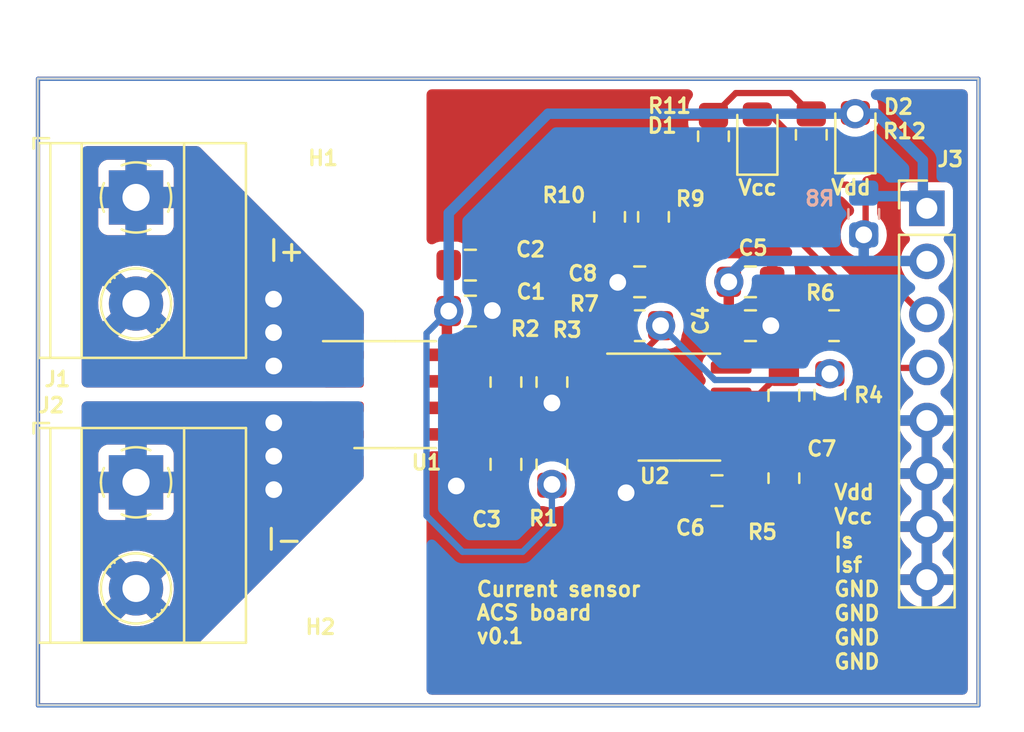
<source format=kicad_pcb>
(kicad_pcb (version 20211014) (generator pcbnew)
  (layers (0 "F.Cu" signal) (31 "B.Cu" signal) (34 "B.Paste" user) (35 "F.Paste" user) (36 "B.SilkS" user "B.Silkscreen") (37 "F.SilkS" user "F.Silkscreen") (38 "B.Mask" user) (39 "F.Mask" user) (44 "Edge.Cuts" user))
  (net 0 "")
  (net 1 "VDD")
  (net 2 "GND")
  (net 3 "Net-(C3-Pad1)")
  (net 4 "VCC")
  (net 5 "Net-(C6-Pad1)")
  (net 6 "Net-(C7-Pad1)")
  (net 7 "Net-(C7-Pad2)")
  (net 8 "/Vio_amp")
  (net 9 "Net-(D1-Pad1)")
  (net 10 "Net-(D2-Pad1)")
  (net 11 "/I+")
  (net 12 "/I-")
  (net 13 "/I_sens")
  (net 14 "/I_sens_filt")
  (net 15 "Net-(R2-Pad1)")
  (net 16 "/Vio")
  (net 17 "/Vio_buf")
  (footprint "Resistor_SMD:R_0805_2012Metric_Pad1.20x1.40mm_HandSolder" (layer "F.Cu") (at 108.2 60.2 90)
    (fp_text reference "R5" (at -2.58 -1.03 unlocked) (layer "F.SilkS") (effects (font (size 0.7 0.7))))
    (fp_text value "TBD")
    (fp_line (start -0.227064 -0.735) (end 0.227064 -0.735) (layer "F.SilkS") (width 0.12))
    (fp_line (start -0.227064 0.735) (end 0.227064 0.735) (layer "F.SilkS") (width 0.12))
    (pad "1" smd roundrect (at -1 0 90) (size 1.2 1.4) (layers "F.Cu" "F.Paste" "F.Mask") (roundrect_rratio 0.2083333333) (net 5 "Net-(C6-Pad1)"))
    (pad "2" smd roundrect (at 1 0 90) (size 1.2 1.4) (layers "F.Cu" "F.Paste" "F.Mask") (roundrect_rratio 0.2083333333) (net 6 "Net-(C7-Pad1)"))
  )
  (footprint "Resistor_SMD:R_0805_2012Metric_Pad1.20x1.40mm_HandSolder" (layer "F.Cu") (at 94.9 55.6 90)
    (fp_text reference "R2" (at 2.55 0.925 unlocked) (layer "F.SilkS") (effects (font (size 0.7 0.7))))
    (fp_text value "0R")
    (fp_line (start -0.227064 0.735) (end 0.227064 0.735) (layer "F.SilkS") (width 0.12))
    (fp_line (start -0.227064 -0.735) (end 0.227064 -0.735) (layer "F.SilkS") (width 0.12))
    (pad "1" smd roundrect (at -1 0 90) (size 1.2 1.4) (layers "F.Cu" "F.Paste" "F.Mask") (roundrect_rratio 0.2083333333) (net 15 "Net-(R2-Pad1)"))
    (pad "2" smd roundrect (at 1 0 90) (size 1.2 1.4) (layers "F.Cu" "F.Paste" "F.Mask") (roundrect_rratio 0.2083333333) (net 16 "/Vio"))
  )
  (footprint "Capacitor_SMD:C_0805_2012Metric_Pad1.18x1.45mm_HandSolder" (layer "F.Cu") (at 105 60.8 180)
    (fp_text reference "C6" (at 1.275 -1.775 unlocked) (layer "F.SilkS") (effects (font (size 0.7 0.7))))
    (fp_text value "TBD")
    (fp_line (start -0.261252 -0.735) (end 0.261252 -0.735) (layer "F.SilkS") (width 0.12))
    (fp_line (start -0.261252 0.735) (end 0.261252 0.735) (layer "F.SilkS") (width 0.12))
    (pad "1" smd roundrect (at -1.0375 0 180) (size 1.175 1.45) (layers "F.Cu" "F.Paste" "F.Mask") (roundrect_rratio 0.2127659574) (net 5 "Net-(C6-Pad1)"))
    (pad "2" smd roundrect (at 1.0375 0 180) (size 1.175 1.45) (layers "F.Cu" "F.Paste" "F.Mask") (roundrect_rratio 0.2127659574) (net 2 "GND"))
  )
  (footprint "TerminalBlock_Phoenix:TerminalBlock_Phoenix_MKDS-1,5-2-5.08_1x02_P5.08mm_Horizontal" (layer "F.Cu") (at 77.2 60.4 -90)
    (fp_text reference "J2" (at -3.69 4.05 180) (layer "F.SilkS") (effects (font (size 0.7 0.7))))
    (fp_text value "Conn_01x02")
    (fp_line (start 6.355 -1.069) (end 6.308 -1.023) (layer "F.SilkS") (width 0.12))
    (fp_line (start -2.6 -5.261) (end -2.6 4.66) (layer "F.SilkS") (width 0.12))
    (fp_line (start -2.6 -5.261) (end 7.68 -5.261) (layer "F.SilkS") (width 0.12))
    (fp_line (start -2.6 2.6) (end 7.68 2.6) (layer "F.SilkS") (width 0.12))
    (fp_line (start -2.6 4.66) (end 7.68 4.66) (layer "F.SilkS") (width 0.12))
    (fp_line (start 6.15 -1.275) (end 6.115 -1.239) (layer "F.SilkS") (width 0.12))
    (fp_line (start 4.046 1.239) (end 4.011 1.274) (layer "F.SilkS") (width 0.12))
    (fp_line (start -2.6 -2.301) (end 7.68 -2.301) (layer "F.SilkS") (width 0.12))
    (fp_line (start 7.68 -5.261) (end 7.68 4.66) (layer "F.SilkS") (width 0.12))
    (fp_line (start -2.6 4.1) (end 7.68 4.1) (layer "F.SilkS") (width 0.12))
    (fp_line (start -2.84 4.9) (end -2.34 4.9) (layer "F.SilkS") (width 0.12))
    (fp_line (start -2.84 4.16) (end -2.84 4.9) (layer "F.SilkS") (width 0.12))
    (fp_line (start 3.853 1.023) (end 3.806 1.069) (layer "F.SilkS") (width 0.12))
    (fp_arc (start -1.535427 0.683042) (mid -1.680501 -0.000524) (end -1.535 -0.684) (layer "F.SilkS") (width 0.12))
    (fp_arc (start 0.683318 1.534756) (mid 0.349292 1.643288) (end 0 1.68) (layer "F.SilkS") (width 0.12))
    (fp_arc (start 0.028805 1.680253) (mid -0.335551 1.646659) (end -0.684 1.535) (layer "F.SilkS") (width 0.12))
    (fp_arc (start -0.683042 -1.535427) (mid 0.000524 -1.680501) (end 0.684 -1.535) (layer "F.SilkS") (width 0.12))
    (fp_arc (start 1.535427 -0.683042) (mid 1.680501 0.000524) (end 1.535 0.684) (layer "F.SilkS") (width 0.12))
    (fp_circle (center 5.08 0) (end 6.76 0) (layer "F.SilkS") (width 0.12) (fill none))
    (pad "1" thru_hole rect (at 0 0 270) (size 2.6 2.6) (drill 1.3) (layers *.Cu *.Mask) (net 12 "/I-"))
    (pad "2" thru_hole circle (at 5.08 0 270) (size 2.6 2.6) (drill 1.3) (layers *.Cu *.Mask) (net 12 "/I-"))
  )
  (footprint "Package_SO:SOIC-8_3.9x4.9mm_P1.27mm" (layer "F.Cu") (at 89.6 56.2)
    (fp_text reference "U1" (at 1.5 3.25 unlocked) (layer "F.SilkS") (effects (font (size 0.7 0.7))))
    (fp_text value "ACS712xLCTR-20A")
    (fp_line (start 0 -2.56) (end -3.45 -2.56) (layer "F.SilkS") (width 0.12))
    (fp_line (start 0 2.56) (end -1.95 2.56) (layer "F.SilkS") (width 0.12))
    (fp_line (start 0 -2.56) (end 1.95 -2.56) (layer "F.SilkS") (width 0.12))
    (fp_line (start 0 2.56) (end 1.95 2.56) (layer "F.SilkS") (width 0.12))
    (pad "1" smd roundrect (at -2.475 -1.905) (size 1.95 0.6) (layers "F.Cu" "F.Paste" "F.Mask") (net 11 "/I+"))
    (pad "2" smd roundrect (at -2.475 -0.635) (size 1.95 0.6) (layers "F.Cu" "F.Paste" "F.Mask") (net 11 "/I+"))
    (pad "3" smd roundrect (at -2.475 0.635) (size 1.95 0.6) (layers "F.Cu" "F.Paste" "F.Mask") (net 12 "/I-"))
    (pad "4" smd roundrect (at -2.475 1.905) (size 1.95 0.6) (layers "F.Cu" "F.Paste" "F.Mask") (net 12 "/I-"))
    (pad "5" smd roundrect (at 2.475 1.905) (size 1.95 0.6) (layers "F.Cu" "F.Paste" "F.Mask") (net 2 "GND"))
    (pad "6" smd roundrect (at 2.475 0.635) (size 1.95 0.6) (layers "F.Cu" "F.Paste" "F.Mask") (net 3 "Net-(C3-Pad1)"))
    (pad "7" smd roundrect (at 2.475 -0.635) (size 1.95 0.6) (layers "F.Cu" "F.Paste" "F.Mask") (net 15 "Net-(R2-Pad1)"))
    (pad "8" smd roundrect (at 2.475 -1.905) (size 1.95 0.6) (layers "F.Cu" "F.Paste" "F.Mask") (net 1 "VDD"))
  )
  (footprint "Resistor_SMD:R_0805_2012Metric_Pad1.20x1.40mm_HandSolder" (layer "F.Cu") (at 109.51 43.76 90)
    (fp_text reference "R12" (at 0.17 4.46 unlocked) (layer "F.SilkS") (effects (font (size 0.7 0.7))))
    (fp_text value "1k")
    (fp_line (start -0.227064 0.735) (end 0.227064 0.735) (layer "F.SilkS") (width 0.12))
    (fp_line (start -0.227064 -0.735) (end 0.227064 -0.735) (layer "F.SilkS") (width 0.12))
    (pad "1" smd roundrect (at -1 0 90) (size 1.2 1.4) (layers "F.Cu" "F.Paste" "F.Mask") (roundrect_rratio 0.2083333333) (net 10 "Net-(D2-Pad1)"))
    (pad "2" smd roundrect (at 1 0 90) (size 1.2 1.4) (layers "F.Cu" "F.Paste" "F.Mask") (roundrect_rratio 0.2083333333) (net 2 "GND"))
  )
  (footprint "Capacitor_SMD:C_0805_2012Metric_Pad1.18x1.45mm_HandSolder" (layer "F.Cu") (at 106.6 50.8)
    (fp_text reference "C5" (at 0.125 -1.625 unlocked) (layer "F.SilkS") (effects (font (size 0.7 0.7))))
    (fp_text value "10nF")
    (fp_line (start -0.261252 0.735) (end 0.261252 0.735) (layer "F.SilkS") (width 0.12))
    (fp_line (start -0.261252 -0.735) (end 0.261252 -0.735) (layer "F.SilkS") (width 0.12))
    (pad "1" smd roundrect (at -1.0375 0) (size 1.175 1.45) (layers "F.Cu" "F.Paste" "F.Mask") (roundrect_rratio 0.2127659574) (net 4 "VCC"))
    (pad "2" smd roundrect (at 1.0375 0) (size 1.175 1.45) (layers "F.Cu" "F.Paste" "F.Mask") (roundrect_rratio 0.2127659574) (net 2 "GND"))
  )
  (footprint "Resistor_SMD:R_0805_2012Metric_Pad1.20x1.40mm_HandSolder" (layer "F.Cu") (at 97.1 59.5375 -90)
    (fp_text reference "R1" (at 2.5875 0.4 unlocked) (layer "F.SilkS") (effects (font (size 0.7 0.7))))
    (fp_text value "TBD")
    (fp_line (start -0.227064 0.735) (end 0.227064 0.735) (layer "F.SilkS") (width 0.12))
    (fp_line (start -0.227064 -0.735) (end 0.227064 -0.735) (layer "F.SilkS") (width 0.12))
    (pad "1" smd roundrect (at -1 0 270) (size 1.2 1.4) (layers "F.Cu" "F.Paste" "F.Mask") (roundrect_rratio 0.2083333333) (net 3 "Net-(C3-Pad1)"))
    (pad "2" smd roundrect (at 1 0 270) (size 1.2 1.4) (layers "F.Cu" "F.Paste" "F.Mask") (roundrect_rratio 0.2083333333) (net 1 "VDD"))
  )
  (footprint "Resistor_SMD:R_0805_2012Metric_Pad1.20x1.40mm_HandSolder" (layer "F.Cu") (at 97.1 55.6 -90)
    (fp_text reference "R3" (at -2.5 -0.725 unlocked) (layer "F.SilkS") (effects (font (size 0.7 0.7))))
    (fp_text value "47k")
    (fp_line (start -0.227064 0.735) (end 0.227064 0.735) (layer "F.SilkS") (width 0.12))
    (fp_line (start -0.227064 -0.735) (end 0.227064 -0.735) (layer "F.SilkS") (width 0.12))
    (pad "1" smd roundrect (at -1 0 270) (size 1.2 1.4) (layers "F.Cu" "F.Paste" "F.Mask") (roundrect_rratio 0.2083333333) (net 16 "/Vio"))
    (pad "2" smd roundrect (at 1 0 270) (size 1.2 1.4) (layers "F.Cu" "F.Paste" "F.Mask") (roundrect_rratio 0.2083333333) (net 2 "GND"))
  )
  (footprint "Capacitor_SMD:C_0805_2012Metric_Pad1.18x1.45mm_HandSolder" (layer "F.Cu") (at 108.2 56.2375 90)
    (fp_text reference "C7" (at -2.5525 1.81 unlocked) (layer "F.SilkS") (effects (font (size 0.7 0.7))))
    (fp_text value "TBD")
    (fp_line (start -0.261252 0.735) (end 0.261252 0.735) (layer "F.SilkS") (width 0.12))
    (fp_line (start -0.261252 -0.735) (end 0.261252 -0.735) (layer "F.SilkS") (width 0.12))
    (pad "1" smd roundrect (at -1.0375 0 90) (size 1.175 1.45) (layers "F.Cu" "F.Paste" "F.Mask") (roundrect_rratio 0.2127659574) (net 6 "Net-(C7-Pad1)"))
    (pad "2" smd roundrect (at 1.0375 0 90) (size 1.175 1.45) (layers "F.Cu" "F.Paste" "F.Mask") (roundrect_rratio 0.2127659574) (net 7 "Net-(C7-Pad2)"))
  )
  (footprint "Resistor_SMD:R_0805_2012Metric_Pad1.20x1.40mm_HandSolder" (layer "F.Cu") (at 104.83 43.83 90)
    (fp_text reference "R11" (at 1.455 -2.105 unlocked) (layer "F.SilkS") (effects (font (size 0.7 0.7))))
    (fp_text value "1k")
    (fp_line (start -0.227064 0.735) (end 0.227064 0.735) (layer "F.SilkS") (width 0.12))
    (fp_line (start -0.227064 -0.735) (end 0.227064 -0.735) (layer "F.SilkS") (width 0.12))
    (pad "1" smd roundrect (at -1 0 90) (size 1.2 1.4) (layers "F.Cu" "F.Paste" "F.Mask") (roundrect_rratio 0.2083333333) (net 9 "Net-(D1-Pad1)"))
    (pad "2" smd roundrect (at 1 0 90) (size 1.2 1.4) (layers "F.Cu" "F.Paste" "F.Mask") (roundrect_rratio 0.2083333333) (net 2 "GND"))
  )
  (footprint "Connector_PinHeader_2.54mm:PinHeader_1x08_P2.54mm_Vertical" (layer "F.Cu") (at 115.04 47.28)
    (fp_text reference "J3" (at 1.12 -2.35 unlocked) (layer "F.SilkS") (effects (font (size 0.7 0.7))))
    (fp_text value "Conn_01x08")
    (fp_line (start -1.33 1.27) (end 1.33 1.27) (layer "F.SilkS") (width 0.12))
    (fp_line (start 1.33 1.27) (end 1.33 19.11) (layer "F.SilkS") (width 0.12))
    (fp_line (start -1.33 0) (end -1.33 -1.33) (layer "F.SilkS") (width 0.12))
    (fp_line (start -1.33 -1.33) (end 0 -1.33) (layer "F.SilkS") (width 0.12))
    (fp_line (start -1.33 19.11) (end 1.33 19.11) (layer "F.SilkS") (width 0.12))
    (fp_line (start -1.33 1.27) (end -1.33 19.11) (layer "F.SilkS") (width 0.12))
    (pad "1" thru_hole rect (at 0 0) (size 1.7 1.7) (drill 1) (layers *.Cu *.Mask) (net 1 "VDD"))
    (pad "2" thru_hole oval (at 0 2.54) (size 1.7 1.7) (drill 1) (layers *.Cu *.Mask) (net 4 "VCC"))
    (pad "3" thru_hole oval (at 0 5.08) (size 1.7 1.7) (drill 1) (layers *.Cu *.Mask) (net 13 "/I_sens"))
    (pad "4" thru_hole oval (at 0 7.62) (size 1.7 1.7) (drill 1) (layers *.Cu *.Mask) (net 14 "/I_sens_filt"))
    (pad "5" thru_hole oval (at 0 10.16) (size 1.7 1.7) (drill 1) (layers *.Cu *.Mask) (net 2 "GND"))
    (pad "6" thru_hole oval (at 0 12.7) (size 1.7 1.7) (drill 1) (layers *.Cu *.Mask) (net 2 "GND"))
    (pad "7" thru_hole oval (at 0 15.24) (size 1.7 1.7) (drill 1) (layers *.Cu *.Mask) (net 2 "GND"))
    (pad "8" thru_hole oval (at 0 17.78) (size 1.7 1.7) (drill 1) (layers *.Cu *.Mask) (net 2 "GND"))
  )
  (footprint "TerminalBlock_Phoenix:TerminalBlock_Phoenix_MKDS-1,5-2-5.08_1x02_P5.08mm_Horizontal" (layer "F.Cu") (at 77.2 46.76 -90)
    (fp_text reference "J1" (at 8.7 3.76) (layer "F.SilkS") (effects (font (size 0.7 0.7))))
    (fp_text value "Conn_01x02")
    (fp_line (start -2.6 -2.301) (end 7.68 -2.301) (layer "F.SilkS") (width 0.12))
    (fp_line (start 3.853 1.023) (end 3.806 1.069) (layer "F.SilkS") (width 0.12))
    (fp_line (start -2.6 4.66) (end 7.68 4.66) (layer "F.SilkS") (width 0.12))
    (fp_line (start 4.046 1.239) (end 4.011 1.274) (layer "F.SilkS") (width 0.12))
    (fp_line (start -2.6 -5.261) (end -2.6 4.66) (layer "F.SilkS") (width 0.12))
    (fp_line (start -2.6 2.6) (end 7.68 2.6) (layer "F.SilkS") (width 0.12))
    (fp_line (start -2.6 4.1) (end 7.68 4.1) (layer "F.SilkS") (width 0.12))
    (fp_line (start -2.84 4.9) (end -2.34 4.9) (layer "F.SilkS") (width 0.12))
    (fp_line (start 6.15 -1.275) (end 6.115 -1.239) (layer "F.SilkS") (width 0.12))
    (fp_line (start -2.6 -5.261) (end 7.68 -5.261) (layer "F.SilkS") (width 0.12))
    (fp_line (start 6.355 -1.069) (end 6.308 -1.023) (layer "F.SilkS") (width 0.12))
    (fp_line (start 7.68 -5.261) (end 7.68 4.66) (layer "F.SilkS") (width 0.12))
    (fp_line (start -2.84 4.16) (end -2.84 4.9) (layer "F.SilkS") (width 0.12))
    (fp_arc (start -0.683042 -1.535427) (mid 0.000524 -1.680501) (end 0.684 -1.535) (layer "F.SilkS") (width 0.12))
    (fp_arc (start 0.683318 1.534756) (mid 0.349292 1.643288) (end 0 1.68) (layer "F.SilkS") (width 0.12))
    (fp_arc (start -1.535427 0.683042) (mid -1.680501 -0.000524) (end -1.535 -0.684) (layer "F.SilkS") (width 0.12))
    (fp_arc (start 0.028805 1.680253) (mid -0.335551 1.646659) (end -0.684 1.535) (layer "F.SilkS") (width 0.12))
    (fp_arc (start 1.535427 -0.683042) (mid 1.680501 0.000524) (end 1.535 0.684) (layer "F.SilkS") (width 0.12))
    (fp_circle (center 5.08 0) (end 6.76 0) (layer "F.SilkS") (width 0.12) (fill none))
    (pad "1" thru_hole rect (at 0 0 270) (size 2.6 2.6) (drill 1.3) (layers *.Cu *.Mask) (net 11 "/I+"))
    (pad "2" thru_hole circle (at 5.08 0 270) (size 2.6 2.6) (drill 1.3) (layers *.Cu *.Mask) (net 11 "/I+"))
  )
  (footprint "Resistor_SMD:R_0805_2012Metric_Pad1.20x1.40mm_HandSolder" (layer "F.Cu") (at 110.4 56.2 90)
    (fp_text reference "R4" (at -0.025 1.85 unlocked) (layer "F.SilkS") (effects (font (size 0.7 0.7))))
    (fp_text value "TBD")
    (fp_line (start -0.227064 -0.735) (end 0.227064 -0.735) (layer "F.SilkS") (width 0.12))
    (fp_line (start -0.227064 0.735) (end 0.227064 0.735) (layer "F.SilkS") (width 0.12))
    (pad "1" smd roundrect (at -1 0 90) (size 1.2 1.4) (layers "F.Cu" "F.Paste" "F.Mask") (roundrect_rratio 0.2083333333) (net 6 "Net-(C7-Pad1)"))
    (pad "2" smd roundrect (at 1 0 90) (size 1.2 1.4) (layers "F.Cu" "F.Paste" "F.Mask") (roundrect_rratio 0.2083333333) (net 17 "/Vio_buf"))
  )
  (footprint "Capacitor_SMD:C_0805_2012Metric_Pad1.18x1.45mm_HandSolder" (layer "F.Cu") (at 101.3 50.8 180)
    (fp_text reference "C8" (at 2.725 0.4 unlocked) (layer "F.SilkS") (effects (font (size 0.7 0.7))))
    (fp_text value "DNP")
    (fp_line (start -0.261252 -0.735) (end 0.261252 -0.735) (layer "F.SilkS") (width 0.12))
    (fp_line (start -0.261252 0.735) (end 0.261252 0.735) (layer "F.SilkS") (width 0.12))
    (pad "1" smd roundrect (at -1.0375 0 180) (size 1.175 1.45) (layers "F.Cu" "F.Paste" "F.Mask") (roundrect_rratio 0.2127659574) (net 8 "/Vio_amp"))
    (pad "2" smd roundrect (at 1.0375 0 180) (size 1.175 1.45) (layers "F.Cu" "F.Paste" "F.Mask") (roundrect_rratio 0.2127659574) (net 2 "GND"))
  )
  (footprint "MountingHole:MountingHole_3.2mm_M3" (layer "F.Cu") (at 88.52 44.84)
    (fp_text reference "H1" (at -2.37 0.035 unlocked) (layer "F.SilkS") (effects (font (size 0.7 0.7))))
    (fp_text value "MountingHole")
    (pad "" np_thru_hole circle (at 0 0) (size 3.2 3.2) (drill 3.2) (layers *.Cu *.Mask))
  )
  (footprint "Resistor_SMD:R_0805_2012Metric_Pad1.20x1.40mm_HandSolder" (layer "F.Cu") (at 110.6 52.9 180)
    (fp_text reference "R6" (at 0.65 1.575 unlocked) (layer "F.SilkS") (effects (font (size 0.7 0.7))))
    (fp_text value "TBD")
    (fp_line (start -0.227064 0.735) (end 0.227064 0.735) (layer "F.SilkS") (width 0.12))
    (fp_line (start -0.227064 -0.735) (end 0.227064 -0.735) (layer "F.SilkS") (width 0.12))
    (pad "1" smd roundrect (at -1 0 180) (size 1.2 1.4) (layers "F.Cu" "F.Paste" "F.Mask") (roundrect_rratio 0.2083333333) (net 14 "/I_sens_filt"))
    (pad "2" smd roundrect (at 1 0 180) (size 1.2 1.4) (layers "F.Cu" "F.Paste" "F.Mask") (roundrect_rratio 0.2083333333) (net 7 "Net-(C7-Pad2)"))
  )
  (footprint "Resistor_SMD:R_0805_2012Metric_Pad1.20x1.40mm_HandSolder" (layer "F.Cu") (at 101.96 47.69 -90)
    (fp_text reference "R9" (at -0.865 -1.765 unlocked) (layer "F.SilkS") (effects (font (size 0.7 0.7))))
    (fp_text value "0R")
    (fp_line (start -0.227064 0.735) (end 0.227064 0.735) (layer "F.SilkS") (width 0.12))
    (fp_line (start -0.227064 -0.735) (end 0.227064 -0.735) (layer "F.SilkS") (width 0.12))
    (pad "1" smd roundrect (at -1 0 270) (size 1.2 1.4) (layers "F.Cu" "F.Paste" "F.Mask") (roundrect_rratio 0.2083333333) (net 13 "/I_sens"))
    (pad "2" smd roundrect (at 1 0 270) (size 1.2 1.4) (layers "F.Cu" "F.Paste" "F.Mask") (roundrect_rratio 0.2083333333) (net 8 "/Vio_amp"))
  )
  (footprint "Capacitor_SMD:C_0805_2012Metric_Pad1.18x1.45mm_HandSolder" (layer "F.Cu") (at 93.2 52.2)
    (fp_text reference "C1" (at 2.9 -0.925 unlocked) (layer "F.SilkS") (effects (font (size 0.7 0.7))))
    (fp_text value "100nF")
    (fp_line (start -0.261252 -0.735) (end 0.261252 -0.735) (layer "F.SilkS") (width 0.12))
    (fp_line (start -0.261252 0.735) (end 0.261252 0.735) (layer "F.SilkS") (width 0.12))
    (pad "1" smd roundrect (at -1.0375 0) (size 1.175 1.45) (layers "F.Cu" "F.Paste" "F.Mask") (roundrect_rratio 0.2127659574) (net 1 "VDD"))
    (pad "2" smd roundrect (at 1.0375 0) (size 1.175 1.45) (layers "F.Cu" "F.Paste" "F.Mask") (roundrect_rratio 0.2127659574) (net 2 "GND"))
  )
  (footprint "LED_SMD:LED_0805_2012Metric_Pad1.15x1.40mm_HandSolder" (layer "F.Cu") (at 106.93 43.81 90)
    (fp_text reference "D1" (at 0.485 -4.555 unlocked) (layer "F.SilkS") (effects (font (size 0.7 0.7))))
    (fp_text value "LED_Small_Filled")
    (fp_line (start -1.86 -0.96) (end -1.86 0.96) (layer "F.SilkS") (width 0.12))
    (fp_line (start 1 -0.96) (end -1.86 -0.96) (layer "F.SilkS") (width 0.12))
    (fp_line (start -1.86 0.96) (end 1 0.96) (layer "F.SilkS") (width 0.12))
    (pad "1" smd roundrect (at -1.025 0 90) (size 1.15 1.4) (layers "F.Cu" "F.Paste" "F.Mask") (roundrect_rratio 0.2173913043) (net 9 "Net-(D1-Pad1)"))
    (pad "2" smd roundrect (at 1.025 0 90) (size 1.15 1.4) (layers "F.Cu" "F.Paste" "F.Mask") (roundrect_rratio 0.2173913043) (net 4 "VCC"))
  )
  (footprint "Capacitor_SMD:C_0805_2012Metric_Pad1.18x1.45mm_HandSolder" (layer "F.Cu") (at 94.9 59.5375 -90)
    (fp_text reference "C3" (at 2.6375 0.925 unlocked) (layer "F.SilkS") (effects (font (size 0.7 0.7))))
    (fp_text value "TBD")
    (fp_line (start -0.261252 0.735) (end 0.261252 0.735) (layer "F.SilkS") (width 0.12))
    (fp_line (start -0.261252 -0.735) (end 0.261252 -0.735) (layer "F.SilkS") (width 0.12))
    (pad "1" smd roundrect (at -1.0375 0 270) (size 1.175 1.45) (layers "F.Cu" "F.Paste" "F.Mask") (roundrect_rratio 0.2127659574) (net 3 "Net-(C3-Pad1)"))
    (pad "2" smd roundrect (at 1.0375 0 270) (size 1.175 1.45) (layers "F.Cu" "F.Paste" "F.Mask") (roundrect_rratio 0.2127659574) (net 2 "GND"))
  )
  (footprint "Package_SO:SOIC-8_3.9x4.9mm_P1.27mm" (layer "F.Cu") (at 103.2 56.8)
    (fp_text reference "U2" (at -1.175 3.3 unlocked) (layer "F.SilkS") (effects (font (size 0.7 0.7))))
    (fp_text value "Opamp_Dual")
    (fp_line (start 0 2.56) (end 1.95 2.56) (layer "F.SilkS") (width 0.12))
    (fp_line (start 0 2.56) (end -1.95 2.56) (layer "F.SilkS") (width 0.12))
    (fp_line (start 0 -2.56) (end -3.45 -2.56) (layer "F.SilkS") (width 0.12))
    (fp_line (start 0 -2.56) (end 1.95 -2.56) (layer "F.SilkS") (width 0.12))
    (pad "1" smd roundrect (at -2.475 -1.905) (size 1.95 0.6) (layers "F.Cu" "F.Paste" "F.Mask") (net 17 "/Vio_buf"))
    (pad "2" smd roundrect (at -2.475 -0.635) (size 1.95 0.6) (layers "F.Cu" "F.Paste" "F.Mask") (net 17 "/Vio_buf"))
    (pad "3" smd roundrect (at -2.475 0.635) (size 1.95 0.6) (layers "F.Cu" "F.Paste" "F.Mask") (net 16 "/Vio"))
    (pad "4" smd roundrect (at -2.475 1.905) (size 1.95 0.6) (layers "F.Cu" "F.Paste" "F.Mask") (net 2 "GND"))
    (pad "5" smd roundrect (at 2.475 1.905) (size 1.95 0.6) (layers "F.Cu" "F.Paste" "F.Mask") (net 5 "Net-(C6-Pad1)"))
    (pad "6" smd roundrect (at 2.475 0.635) (size 1.95 0.6) (layers "F.Cu" "F.Paste" "F.Mask") (net 7 "Net-(C7-Pad2)"))
    (pad "7" smd roundrect (at 2.475 -0.635) (size 1.95 0.6) (layers "F.Cu" "F.Paste" "F.Mask") (net 7 "Net-(C7-Pad2)"))
    (pad "8" smd roundrect (at 2.475 -1.905) (size 1.95 0.6) (layers "F.Cu" "F.Paste" "F.Mask") (net 4 "VCC"))
  )
  (footprint "Capacitor_SMD:C_0805_2012Metric_Pad1.18x1.45mm_HandSolder" (layer "F.Cu") (at 106.6 52.9)
    (fp_text reference "C4" (at -2.375 -0.25 90 unlocked) (layer "F.SilkS") (effects (font (size 0.7 0.7))))
    (fp_text value "1uF")
    (fp_line (start -0.261252 0.735) (end 0.261252 0.735) (layer "F.SilkS") (width 0.12))
    (fp_line (start -0.261252 -0.735) (end 0.261252 -0.735) (layer "F.SilkS") (width 0.12))
    (pad "1" smd roundrect (at -1.0375 0) (size 1.175 1.45) (layers "F.Cu" "F.Paste" "F.Mask") (roundrect_rratio 0.2127659574) (net 4 "VCC"))
    (pad "2" smd roundrect (at 1.0375 0) (size 1.175 1.45) (layers "F.Cu" "F.Paste" "F.Mask") (roundrect_rratio 0.2127659574) (net 2 "GND"))
  )
  (footprint "MountingHole:MountingHole_3.2mm_M3" (layer "F.Cu") (at 88.47 67.33)
    (fp_text reference "H2" (at -2.445 -0.005 unlocked) (layer "F.SilkS") (effects (font (size 0.7 0.7))))
    (fp_text value "MountingHole")
    (pad "" np_thru_hole circle (at 0 0) (size 3.2 3.2) (drill 3.2) (layers *.Cu *.Mask))
  )
  (footprint "Resistor_SMD:R_0805_2012Metric_Pad1.20x1.40mm_HandSolder" (layer "F.Cu") (at 101.3 52.9)
    (fp_text reference "R7" (at -2.65 -1.05 unlocked) (layer "F.SilkS") (effects (font (size 0.7 0.7))))
    (fp_text value "TBD")
    (fp_line (start -0.227064 0.735) (end 0.227064 0.735) (layer "F.SilkS") (width 0.12))
    (fp_line (start -0.227064 -0.735) (end 0.227064 -0.735) (layer "F.SilkS") (width 0.12))
    (pad "1" smd roundrect (at -1 0) (size 1.2 1.4) (layers "F.Cu" "F.Paste" "F.Mask") (roundrect_rratio 0.2083333333) (net 8 "/Vio_amp"))
    (pad "2" smd roundrect (at 1 0) (size 1.2 1.4) (layers "F.Cu" "F.Paste" "F.Mask") (roundrect_rratio 0.2083333333) (net 17 "/Vio_buf"))
  )
  (footprint "Resistor_SMD:R_0805_2012Metric_Pad1.20x1.40mm_HandSolder" (layer "F.Cu") (at 99.86 47.69 -90)
    (fp_text reference "R10" (at -1.04 2.185 unlocked) (layer "F.SilkS") (effects (font (size 0.7 0.7))))
    (fp_text value "DNP")
    (fp_line (start -0.227064 0.735) (end 0.227064 0.735) (layer "F.SilkS") (width 0.12))
    (fp_line (start -0.227064 -0.735) (end 0.227064 -0.735) (layer "F.SilkS") (width 0.12))
    (pad "1" smd roundrect (at -1 0 270) (size 1.2 1.4) (layers "F.Cu" "F.Paste" "F.Mask") (roundrect_rratio 0.2083333333) (net 13 "/I_sens"))
    (pad "2" smd roundrect (at 1 0 270) (size 1.2 1.4) (layers "F.Cu" "F.Paste" "F.Mask") (roundrect_rratio 0.2083333333) (net 16 "/Vio"))
  )
  (footprint "Capacitor_SMD:C_0805_2012Metric_Pad1.18x1.45mm_HandSolder" (layer "F.Cu") (at 93.2 50)
    (fp_text reference "C2" (at 2.875 -0.75 unlocked) (layer "F.SilkS") (effects (font (size 0.7 0.7))))
    (fp_text value "1uF")
    (fp_line (start -0.261252 0.735) (end 0.261252 0.735) (layer "F.SilkS") (width 0.12))
    (fp_line (start -0.261252 -0.735) (end 0.261252 -0.735) (layer "F.SilkS") (width 0.12))
    (pad "1" smd roundrect (at -1.0375 0) (size 1.175 1.45) (layers "F.Cu" "F.Paste" "F.Mask") (roundrect_rratio 0.2127659574) (net 1 "VDD"))
    (pad "2" smd roundrect (at 1.0375 0) (size 1.175 1.45) (layers "F.Cu" "F.Paste" "F.Mask") (roundrect_rratio 0.2127659574) (net 2 "GND"))
  )
  (footprint "LED_SMD:LED_0805_2012Metric_Pad1.15x1.40mm_HandSolder" (layer "F.Cu") (at 111.62 43.74 90)
    (fp_text reference "D2" (at 1.32 2.06 unlocked) (layer "F.SilkS") (effects (font (size 0.7 0.7))))
    (fp_text value "LED_Small_Filled")
    (fp_line (start -1.86 0.96) (end 1 0.96) (layer "F.SilkS") (width 0.12))
    (fp_line (start 1 -0.96) (end -1.86 -0.96) (layer "F.SilkS") (width 0.12))
    (fp_line (start -1.86 -0.96) (end -1.86 0.96) (layer "F.SilkS") (width 0.12))
    (pad "1" smd roundrect (at -1.025 0 90) (size 1.15 1.4) (layers "F.Cu" "F.Paste" "F.Mask") (roundrect_rratio 0.2173913043) (net 10 "Net-(D2-Pad1)"))
    (pad "2" smd roundrect (at 1.025 0 90) (size 1.15 1.4) (layers "F.Cu" "F.Paste" "F.Mask") (roundrect_rratio 0.2173913043) (net 1 "VDD"))
  )
  (footprint "Resistor_SMD:R_0805_2012Metric_Pad1.20x1.40mm_HandSolder" (layer "B.Cu") (at 112.02 47.55 90)
    (fp_text reference "R8" (at 0.74 -2.1 unlocked) (layer "B.SilkS") (effects (font (size 0.7 0.7)) (justify mirror)))
    (fp_text value "DNP")
    (fp_line (start -0.227064 0.735) (end 0.227064 0.735) (layer "B.SilkS") (width 0.12))
    (fp_line (start -0.227064 -0.735) (end 0.227064 -0.735) (layer "B.SilkS") (width 0.12))
    (pad "1" smd roundrect (at -1 0 90) (size 1.2 1.4) (layers "B.Cu" "B.Paste" "B.Mask") (roundrect_rratio 0.2083333333) (net 4 "VCC"))
    (pad "2" smd roundrect (at 1 0 90) (size 1.2 1.4) (layers "B.Cu" "B.Paste" "B.Mask") (roundrect_rratio 0.2083333333) (net 1 "VDD"))
  )
  (gr_line (start 117.51 41.08) (end 117.51 71.08) (layer "F.Cu") (width 0.2))
  (gr_line (start 72.51 41.08) (end 117.51 41.08) (layer "F.Cu") (width 0.2))
  (gr_line (start 117.51 71.08) (end 72.51 71.08) (layer "F.Cu") (width 0.2))
  (gr_line (start 72.51 71.08) (end 72.51 41.08) (layer "F.Cu") (width 0.2))
  (gr_line (start 72.51 71.08) (end 72.51 41.08) (layer "B.Cu") (width 0.2))
  (gr_line (start 117.51 71.08) (end 72.51 71.08) (layer "B.Cu") (width 0.2))
  (gr_line (start 72.51 41.08) (end 117.51 41.08) (layer "B.Cu") (width 0.2))
  (gr_line (start 117.51 41.08) (end 117.51 71.08) (layer "B.Cu") (width 0.2))
  (gr_rect (start 72.5 41.07) (end 117.5 71.07) (layer "Edge.Cuts") (width 0.1) (fill none))
  (gr_text "I+" (at 84.41 49.32) (layer "F.SilkS") (effects (font (size 1 1))))
  (gr_text "Vcc" (at 106.94 46.29) (layer "F.SilkS") (effects (font (size 0.7 0.7))))
  (gr_text "Vcc" (at 111.526667 62.03) (layer "F.SilkS") (effects (font (size 0.7 0.7))))
  (gr_text "Is" (at 111.076667 63.19) (layer "F.SilkS") (effects (font (size 0.7 0.7))))
  (gr_text "GND" (at 111.693333 65.51) (layer "F.SilkS") (effects (font (size 0.7 0.7))))
  (gr_text "Isf" (at 111.276667 64.35) (layer "F.SilkS") (effects (font (size 0.7 0.7))))
  (gr_text "Vdd" (at 111.41 46.28) (layer "F.SilkS") (effects (font (size 0.7 0.7))))
  (gr_text "Vdd" (at 111.56 60.87) (layer "F.SilkS") (effects (font (size 0.7 0.7))))
  (gr_text "Current sensor\nACS board\nv0.1" (at 93.42 66.64) (layer "F.SilkS") (effects (font (size 0.7 0.7)) (justify left)))
  (gr_text "GND" (at 111.693333 68.99) (layer "F.SilkS") (effects (font (size 0.7 0.7))))
  (gr_text "I-" (at 84.29 63.15) (layer "F.SilkS") (effects (font (size 1 1))))
  (gr_text "GND" (at 111.693333 67.83) (layer "F.SilkS") (effects (font (size 0.7 0.7))))
  (gr_text "GND" (at 111.693333 66.67) (layer "F.SilkS") (effects (font (size 0.7 0.7))))
  (segment (start 92.075 52.2875) (end 92.1625 52.2) (width 0.5) (layer "F.Cu") (net 1))
  (segment (start 92.075 54.295) (end 92.075 52.2875) (width 0.5) (layer "F.Cu") (net 1))
  (segment (start 92.1625 52.2) (end 92.1625 50) (width 0.5) (layer "F.Cu") (net 1))
  (via (at 92.1625 52.2) (size 1.4) (drill 0.8) (layers "F.Cu" "B.Cu") (net 1))
  (via (at 97.1 60.5) (size 1.4) (drill 0.8) (layers "F.Cu" "B.Cu") (net 1))
  (via (at 111.61 42.75) (size 1.4) (drill 0.8) (layers "F.Cu" "B.Cu") (net 1))
  (segment (start 114.25 46.7) (end 114.85 47.3) (width 0.5) (layer "B.Cu") (net 1))
  (segment (start 91.1 62) (end 91.1 53.2625) (width 0.3) (layer "B.Cu") (net 1))
  (segment (start 92.1625 52.2) (end 92.1625 47.5075) (width 0.5) (layer "B.Cu") (net 1))
  (segment (start 97.1 62.325) (end 95.7 63.725) (width 0.3) (layer "B.Cu") (net 1))
  (segment (start 112.51 46.7) (end 114.25 46.7) (width 0.5) (layer "B.Cu") (net 1))
  (segment (start 97.1 60.5) (end 97.1 62.325) (width 0.3) (layer "B.Cu") (net 1))
  (segment (start 92.1625 47.5075) (end 96.92 42.75) (width 0.5) (layer "B.Cu") (net 1))
  (segment (start 91.1 53.2625) (end 92.1625 52.2) (width 0.3) (layer "B.Cu") (net 1))
  (segment (start 92.825 63.725) (end 91.1 62) (width 0.3) (layer "B.Cu") (net 1))
  (segment (start 114.85 44.98) (end 114.85 47.65) (width 0.5) (layer "B.Cu") (net 1))
  (segment (start 112.02 46.21) (end 112.51 46.7) (width 0.5) (layer "B.Cu") (net 1))
  (segment (start 95.7 63.725) (end 92.825 63.725) (width 0.3) (layer "B.Cu") (net 1))
  (segment (start 112.62 42.75) (end 114.85 44.98) (width 0.5) (layer "B.Cu") (net 1))
  (segment (start 96.92 42.75) (end 111.61 42.75) (width 0.5) (layer "B.Cu") (net 1))
  (segment (start 111.61 42.75) (end 112.62 42.75) (width 0.5) (layer "B.Cu") (net 1))
  (segment (start 105.9 41.76) (end 104.83 42.83) (width 0.3) (layer "F.Cu") (net 2))
  (segment (start 108.51 41.76) (end 105.9 41.76) (width 0.3) (layer "F.Cu") (net 2))
  (segment (start 109.51 42.76) (end 108.51 41.76) (width 0.3) (layer "F.Cu") (net 2))
  (via (at 107.575 52.9) (size 1.4) (drill 0.8) (layers "F.Cu" "B.Cu") (net 2))
  (via (at 100.65 60.9) (size 1.4) (drill 0.8) (layers "F.Cu" "B.Cu") (net 2))
  (via (at 94.25 52.175) (size 1.4) (drill 0.8) (layers "F.Cu" "B.Cu") (net 2))
  (via (at 100.25 50.825) (size 1.4) (drill 0.8) (layers "F.Cu" "B.Cu") (net 2))
  (via (at 92.525 60.575) (size 1.4) (drill 0.8) (layers "F.Cu" "B.Cu") (net 2))
  (via (at 97.1 56.6) (size 1.4) (drill 0.8) (layers "F.Cu" "B.Cu") (net 2))
  (segment (start 92.835 56.835) (end 94.5 58.5) (width 0.3) (layer "F.Cu") (net 3))
  (segment (start 94.5 58.5) (end 94.9 58.5) (width 0.3) (layer "F.Cu") (net 3))
  (segment (start 94.9 58.5) (end 97.0625 58.5) (width 0.3) (layer "F.Cu") (net 3))
  (segment (start 97.0625 58.5) (end 97.1 58.5375) (width 0.3) (layer "F.Cu") (net 3))
  (segment (start 92.075 56.835) (end 92.835 56.835) (width 0.3) (layer "F.Cu") (net 3))
  (segment (start 111.22 46.15) (end 112.11 47.04) (width 0.3) (layer "F.Cu") (net 4))
  (segment (start 108.71 46.15) (end 111.22 46.15) (width 0.3) (layer "F.Cu") (net 4))
  (segment (start 106.93 42.785) (end 107.535 42.785) (width 0.3) (layer "F.Cu") (net 4))
  (segment (start 108.26 45.7) (end 108.71 46.15) (width 0.3) (layer "F.Cu") (net 4))
  (segment (start 105.5625 52.9) (end 105.5625 54.7825) (width 0.5) (layer "F.Cu") (net 4))
  (segment (start 105.5625 54.7825) (end 105.675 54.895) (width 0.5) (layer "F.Cu") (net 4))
  (segment (start 105.5625 50.8) (end 105.5625 52.9) (width 0.5) (layer "F.Cu") (net 4))
  (segment (start 107.535 42.785) (end 108.26 43.51) (width 0.3) (layer "F.Cu") (net 4))
  (segment (start 112.11 48.46) (end 112.02 48.55) (width 0.3) (layer "F.Cu") (net 4))
  (segment (start 112.11 47.04) (end 112.11 48.46) (width 0.3) (layer "F.Cu") (net 4))
  (segment (start 108.26 43.51) (end 108.26 45.7) (width 0.3) (layer "F.Cu") (net 4))
  (via (at 112.02 48.55) (size 1.4) (drill 0.8) (layers "F.Cu" "B.Cu") (net 4))
  (via (at 105.5625 50.8) (size 1.4) (drill 0.8) (layers "F.Cu" "B.Cu") (net 4))
  (segment (start 115.16 49.8) (end 112.1 49.8) (width 0.5) (layer "B.Cu") (net 4))
  (segment (start 105.5625 50.5375) (end 105.5625 50.8) (width 0.5) (layer "B.Cu") (net 4))
  (segment (start 112.1 49.8) (end 106.3 49.8) (width 0.5) (layer "B.Cu") (net 4))
  (segment (start 112.02 48.55) (end 112.02 49.72) (width 0.5) (layer "B.Cu") (net 4))
  (segment (start 112.02 49.72) (end 112.1 49.8) (width 0.5) (layer "B.Cu") (net 4))
  (segment (start 106.3 49.8) (end 105.5625 50.5375) (width 0.5) (layer "B.Cu") (net 4))
  (segment (start 108 61) (end 108.2 61.2) (width 0.3) (layer "F.Cu") (net 5))
  (segment (start 106.0375 59.0675) (end 105.675 58.705) (width 0.3) (layer "F.Cu") (net 5))
  (segment (start 106.2375 61) (end 108 61) (width 0.3) (layer "F.Cu") (net 5))
  (segment (start 106.0375 60.8) (end 106.0375 59.0675) (width 0.3) (layer "F.Cu") (net 5))
  (segment (start 106.0375 60.8) (end 106.2375 61) (width 0.3) (layer "F.Cu") (net 5))
  (segment (start 110.325 57.275) (end 110.4 57.2) (width 0.3) (layer "F.Cu") (net 6))
  (segment (start 108.2 59.2) (end 108.2 57.275) (width 0.3) (layer "F.Cu") (net 6))
  (segment (start 108.2 57.275) (end 110.325 57.275) (width 0.3) (layer "F.Cu") (net 6))
  (segment (start 108.2 55.2) (end 108.2 54.3) (width 0.3) (layer "F.Cu") (net 7))
  (segment (start 105.675 57.435) (end 105.675 56.165) (width 0.3) (layer "F.Cu") (net 7))
  (segment (start 105.675 56.165) (end 107.035 56.165) (width 0.3) (layer "F.Cu") (net 7))
  (segment (start 107.035 56.165) (end 108 55.2) (width 0.3) (layer "F.Cu") (net 7))
  (segment (start 108 55.2) (end 108.2 55.2) (width 0.3) (layer "F.Cu") (net 7))
  (segment (start 108.2 54.3) (end 109.6 52.9) (width 0.3) (layer "F.Cu") (net 7))
  (segment (start 102.4 48.7) (end 102.4 50.7375) (width 0.3) (layer "F.Cu") (net 8))
  (segment (start 102.4 50.7375) (end 102.3375 50.8) (width 0.3) (layer "F.Cu") (net 8))
  (segment (start 100.3 52.8375) (end 102.3375 50.8) (width 0.3) (layer "F.Cu") (net 8))
  (segment (start 100.3 52.9) (end 100.3 52.8375) (width 0.3) (layer "F.Cu") (net 8))
  (segment (start 106.93 44.835) (end 104.835 44.835) (width 0.3) (layer "F.Cu") (net 9))
  (segment (start 104.835 44.835) (end 104.83 44.83) (width 0.3) (layer "F.Cu") (net 9))
  (segment (start 109.515 44.765) (end 109.51 44.76) (width 0.3) (layer "F.Cu") (net 10))
  (segment (start 111.62 44.765) (end 109.515 44.765) (width 0.3) (layer "F.Cu") (net 10))
  (segment (start 87.125 54.295) (end 87.125 53.135) (width 1) (layer "F.Cu") (net 11))
  (segment (start 87.125 54.295) (end 87.125 55.23) (width 1) (layer "F.Cu") (net 11))
  (via (at 83.79 54.83) (size 1.4) (drill 0.8) (layers "F.Cu" "B.Cu") (net 11))
  (via (at 83.78 51.63) (size 1.4) (drill 0.8) (layers "F.Cu" "B.Cu") (net 11))
  (via (at 83.78 53.23) (size 1.4) (drill 0.8) (layers "F.Cu" "B.Cu") (net 11))
  (segment (start 87.125 58.105) (end 87.125 57.145) (width 1) (layer "F.Cu") (net 12))
  (segment (start 87.125 58.105) (end 87.13 58.11) (width 1) (layer "F.Cu") (net 12))
  (segment (start 87.125 57.145) (end 87.13 57.14) (width 1) (layer "F.Cu") (net 12))
  (segment (start 87.13 58.11) (end 87.13 59.45) (width 1) (layer "F.Cu") (net 12))
  (via (at 83.79 57.55) (size 1.4) (drill 0.8) (layers "F.Cu" "B.Cu") (net 12))
  (via (at 83.79 59.15) (size 1.4) (drill 0.8) (layers "F.Cu" "B.Cu") (net 12))
  (via (at 83.79 60.75) (size 1.4) (drill 0.8) (layers "F.Cu" "B.Cu") (net 12))
  (segment (start 114.85 52.38) (end 115.2 52.38) (width 0.3) (layer "F.Cu") (net 13))
  (segment (start 113.89 51.42) (end 114.85 52.38) (width 0.3) (layer "F.Cu") (net 13))
  (segment (start 104.43 48.24) (end 108.34 48.24) (width 0.3) (layer "F.Cu") (net 13))
  (segment (start 101.96 46.69) (end 102.88 46.69) (width 0.3) (layer "F.Cu") (net 13))
  (segment (start 102.88 46.69) (end 104.43 48.24) (width 0.3) (layer "F.Cu") (net 13))
  (segment (start 101.95 46.7) (end 101.96 46.69) (width 0.3) (layer "F.Cu") (net 13))
  (segment (start 111.52 51.42) (end 113.89 51.42) (width 0.3) (layer "F.Cu") (net 13))
  (segment (start 100.3 46.7) (end 101.95 46.7) (width 0.3) (layer "F.Cu") (net 13))
  (segment (start 108.34 48.24) (end 111.52 51.42) (width 0.3) (layer "F.Cu") (net 13))
  (segment (start 111.6 53) (end 113.52 54.92) (width 0.3) (layer "F.Cu") (net 14))
  (segment (start 111.6 52.9) (end 111.6 53) (width 0.3) (layer "F.Cu") (net 14))
  (segment (start 113.52 54.92) (end 115.2 54.92) (width 0.3) (layer "F.Cu") (net 14))
  (segment (start 92.075 55.565) (end 93.665 55.565) (width 0.3) (layer "F.Cu") (net 15))
  (segment (start 93.665 55.565) (end 94.7 56.6) (width 0.3) (layer "F.Cu") (net 15))
  (segment (start 94.7 56.6) (end 94.9 56.6) (width 0.3) (layer "F.Cu") (net 15))
  (segment (start 98.6 56.9) (end 99.135 57.435) (width 0.3) (layer "F.Cu") (net 16))
  (segment (start 98.6 55.1) (end 98.6 56.9) (width 0.3) (layer "F.Cu") (net 16))
  (segment (start 97.1 54.6) (end 98.1 54.6) (width 0.3) (layer "F.Cu") (net 16))
  (segment (start 97.1 50.6) (end 97.1 54.6) (width 0.3) (layer "F.Cu") (net 16))
  (segment (start 94.9 54.6) (end 97.1 54.6) (width 0.3) (layer "F.Cu") (net 16))
  (segment (start 100.3 48.7) (end 99 48.7) (width 0.3) (layer "F.Cu") (net 16))
  (segment (start 99.135 57.435) (end 100.725 57.435) (width 0.3) (layer "F.Cu") (net 16))
  (segment (start 99 48.7) (end 97.1 50.6) (width 0.3) (layer "F.Cu") (net 16))
  (segment (start 98.1 54.6) (end 98.6 55.1) (width 0.3) (layer "F.Cu") (net 16))
  (segment (start 102.3 53.32) (end 100.725 54.895) (width 0.3) (layer "F.Cu") (net 17))
  (segment (start 102.3 52.9) (end 102.3 53.32) (width 0.3) (layer "F.Cu") (net 17))
  (segment (start 100.725 56.165) (end 100.725 54.895) (width 0.3) (layer "F.Cu") (net 17))
  (via (at 110.4 55.2) (size 1.4) (drill 0.8) (layers "F.Cu" "B.Cu") (net 17))
  (via (at 102.3 52.9) (size 1.4) (drill 0.8) (layers "F.Cu" "B.Cu") (net 17))
  (segment (start 102.3 52.9) (end 104.9 55.5) (width 0.3) (layer "B.Cu") (net 17))
  (segment (start 110.1 55.5) (end 110.4 55.2) (width 0.3) (layer "B.Cu") (net 17))
  (segment (start 104.9 55.5) (end 110.1 55.5) (width 0.3) (layer "B.Cu") (net 17))
  (zone (net 12) (net_name "/I-") (layers F&B.Cu) (connect_pads (clearance 0.508)) (min_thickness 0.508) (fill yes (thermal_gap 0.508) (thermal_bridge_width 1.016))
    (polygon (pts (xy 88.095 60.21) (xy 88.095 56.52) (xy 74.595 56.52) (xy 74.595 68.11) (xy 80.195 68.11)))
  )
  (zone (net 11) (net_name "/I+") (layers F&B.Cu) (connect_pads (clearance 0.508)) (min_thickness 0.508) (fill yes (thermal_gap 0.508) (thermal_bridge_width 1.016))
    (polygon (pts (xy 88.1 52.2) (xy 88.1 55.86) (xy 74.6 55.86) (xy 74.6 44.3) (xy 80.2 44.3)))
  )
  (zone (net 2) (net_name "GND") (layers F&B.Cu) (connect_pads (clearance 0.4)) (min_thickness 0.508) (fill yes (thermal_gap 0.508) (thermal_bridge_width 0.508))
    (polygon (pts (xy 117.5 71.07) (xy 91.1 71.07) (xy 91.1 41.07) (xy 117.5 41.07)))
  )
)
</source>
